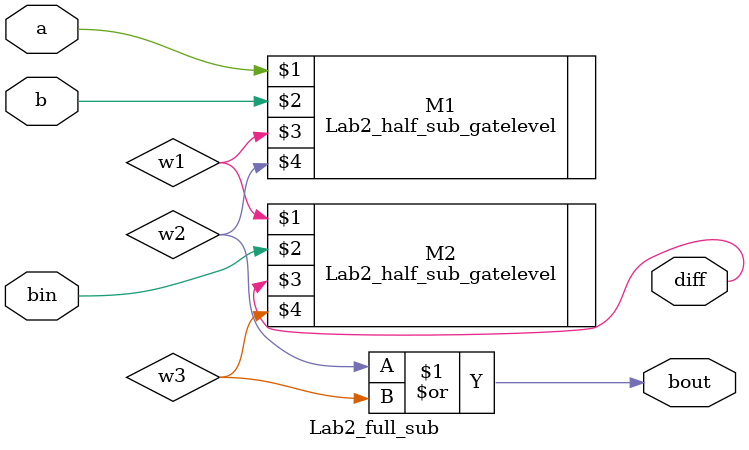
<source format=v>
module Lab2_full_sub(input a, b, bin, output diff, bout);
    wire w1, w2, w3;

    Lab2_half_sub_gatelevel M1(a, b, w1, w2);
    Lab2_half_sub_gatelevel M2(w1, bin, diff, w3);
    or                  G1(bout, w2, w3);
endmodule
</source>
